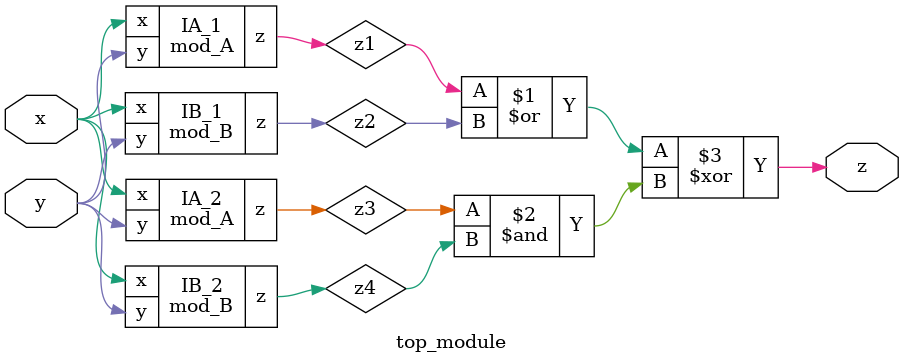
<source format=v>

module mod_A (input x, input y, output z);
    assign z = (x ^ y) & x;
endmodule

module mod_B ( input x, input y, output z );
	assign z = x  ^~ y;

endmodule

module top_module (input x, input y, output z);
    wire z1, z2, z3, z4;

    mod_A IA_1 (x, y, z1);
    mod_B IB_1 (x, y, z2);
    mod_A IA_2 (x, y, z3);
    mod_B IB_2 (x, y, z4);

    assign z = (z1 | z2) ^ (z3 & z4);
 
endmodule

</source>
